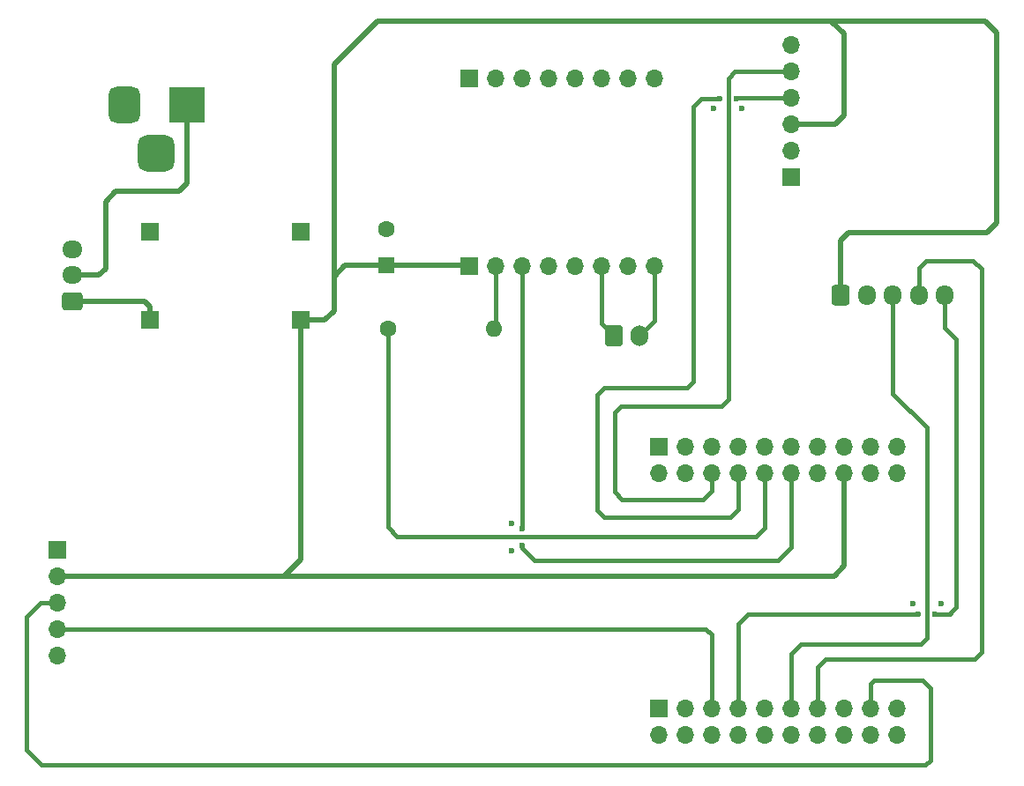
<source format=gbr>
%TF.GenerationSoftware,KiCad,Pcbnew,9.0.0*%
%TF.CreationDate,2025-05-21T10:21:18-06:00*%
%TF.ProjectId,Brush_EBoot_PCB_v1,42727573-685f-4454-926f-6f745f504342,rev?*%
%TF.SameCoordinates,Original*%
%TF.FileFunction,Copper,L1,Top*%
%TF.FilePolarity,Positive*%
%FSLAX46Y46*%
G04 Gerber Fmt 4.6, Leading zero omitted, Abs format (unit mm)*
G04 Created by KiCad (PCBNEW 9.0.0) date 2025-05-21 10:21:18*
%MOMM*%
%LPD*%
G01*
G04 APERTURE LIST*
G04 Aperture macros list*
%AMRoundRect*
0 Rectangle with rounded corners*
0 $1 Rounding radius*
0 $2 $3 $4 $5 $6 $7 $8 $9 X,Y pos of 4 corners*
0 Add a 4 corners polygon primitive as box body*
4,1,4,$2,$3,$4,$5,$6,$7,$8,$9,$2,$3,0*
0 Add four circle primitives for the rounded corners*
1,1,$1+$1,$2,$3*
1,1,$1+$1,$4,$5*
1,1,$1+$1,$6,$7*
1,1,$1+$1,$8,$9*
0 Add four rect primitives between the rounded corners*
20,1,$1+$1,$2,$3,$4,$5,0*
20,1,$1+$1,$4,$5,$6,$7,0*
20,1,$1+$1,$6,$7,$8,$9,0*
20,1,$1+$1,$8,$9,$2,$3,0*%
G04 Aperture macros list end*
%TA.AperFunction,ComponentPad*%
%ADD10RoundRect,0.250000X0.725000X-0.600000X0.725000X0.600000X-0.725000X0.600000X-0.725000X-0.600000X0*%
%TD*%
%TA.AperFunction,ComponentPad*%
%ADD11O,1.950000X1.700000*%
%TD*%
%TA.AperFunction,ComponentPad*%
%ADD12R,1.700000X1.700000*%
%TD*%
%TA.AperFunction,ComponentPad*%
%ADD13O,1.700000X1.700000*%
%TD*%
%TA.AperFunction,ComponentPad*%
%ADD14R,1.600000X1.600000*%
%TD*%
%TA.AperFunction,ComponentPad*%
%ADD15C,1.600000*%
%TD*%
%TA.AperFunction,ComponentPad*%
%ADD16O,1.600000X1.600000*%
%TD*%
%TA.AperFunction,ComponentPad*%
%ADD17R,3.500000X3.500000*%
%TD*%
%TA.AperFunction,ComponentPad*%
%ADD18RoundRect,0.750000X-0.750000X-1.000000X0.750000X-1.000000X0.750000X1.000000X-0.750000X1.000000X0*%
%TD*%
%TA.AperFunction,ComponentPad*%
%ADD19RoundRect,0.875000X-0.875000X-0.875000X0.875000X-0.875000X0.875000X0.875000X-0.875000X0.875000X0*%
%TD*%
%TA.AperFunction,ComponentPad*%
%ADD20RoundRect,0.250000X-0.600000X-0.725000X0.600000X-0.725000X0.600000X0.725000X-0.600000X0.725000X0*%
%TD*%
%TA.AperFunction,ComponentPad*%
%ADD21O,1.700000X1.950000*%
%TD*%
%TA.AperFunction,ComponentPad*%
%ADD22RoundRect,0.250000X-0.600000X-0.750000X0.600000X-0.750000X0.600000X0.750000X-0.600000X0.750000X0*%
%TD*%
%TA.AperFunction,ComponentPad*%
%ADD23O,1.700000X2.000000*%
%TD*%
%TA.AperFunction,ViaPad*%
%ADD24C,0.600000*%
%TD*%
%TA.AperFunction,Conductor*%
%ADD25C,0.508000*%
%TD*%
%TA.AperFunction,Conductor*%
%ADD26C,0.381000*%
%TD*%
G04 APERTURE END LIST*
D10*
%TO.P,J6,1,Pin_1*%
%TO.N,VCC*%
X102990000Y-73690000D03*
D11*
%TO.P,J6,2,Pin_2*%
%TO.N,Net-(J6-Pin_2)*%
X102990000Y-71190000D03*
%TO.P,J6,3,Pin_3*%
%TO.N,unconnected-(J6-Pin_3-Pad3)*%
X102990000Y-68690000D03*
%TD*%
D12*
%TO.P,J9,1,Pin_1*%
%TO.N,GND*%
X159300000Y-87720000D03*
D13*
%TO.P,J9,2,Pin_2*%
%TO.N,unconnected-(J9-Pin_2-Pad2)*%
X159300000Y-90260000D03*
%TO.P,J9,3,Pin_3*%
%TO.N,unconnected-(J9-Pin_3-Pad3)*%
X161840000Y-87720000D03*
%TO.P,J9,4,Pin_4*%
%TO.N,unconnected-(J9-Pin_4-Pad4)*%
X161840000Y-90260000D03*
%TO.P,J9,5,Pin_5*%
%TO.N,unconnected-(J9-Pin_5-Pad5)*%
X164380000Y-87720000D03*
%TO.P,J9,6,Pin_6*%
%TO.N,/RX_OPENLOG*%
X164380000Y-90260000D03*
%TO.P,J9,7,Pin_7*%
%TO.N,unconnected-(J9-Pin_7-Pad7)*%
X166920000Y-87720000D03*
%TO.P,J9,8,Pin_8*%
%TO.N,/TX_OPENLOG*%
X166920000Y-90260000D03*
%TO.P,J9,9,Pin_9*%
%TO.N,unconnected-(J9-Pin_9-Pad9)*%
X169460000Y-87720000D03*
%TO.P,J9,10,Pin_10*%
%TO.N,/RX_MIDI*%
X169460000Y-90260000D03*
%TO.P,J9,11,Pin_11*%
%TO.N,unconnected-(J9-Pin_11-Pad11)*%
X172000000Y-87720000D03*
%TO.P,J9,12,Pin_12*%
%TO.N,/TX_MIDI*%
X172000000Y-90260000D03*
%TO.P,J9,13,Pin_13*%
%TO.N,unconnected-(J9-Pin_13-Pad13)*%
X174540000Y-87720000D03*
%TO.P,J9,14,Pin_14*%
%TO.N,GND*%
X174540000Y-90260000D03*
%TO.P,J9,15,Pin_15*%
%TO.N,unconnected-(J9-Pin_15-Pad15)*%
X177080000Y-87720000D03*
%TO.P,J9,16,Pin_16*%
%TO.N,+5V*%
X177080000Y-90260000D03*
%TO.P,J9,17,Pin_17*%
%TO.N,unconnected-(J9-Pin_17-Pad17)*%
X179620000Y-87720000D03*
%TO.P,J9,18,Pin_18*%
%TO.N,unconnected-(J9-Pin_18-Pad18)*%
X179620000Y-90260000D03*
%TO.P,J9,19,Pin_19*%
%TO.N,unconnected-(J9-Pin_19-Pad19)*%
X182160000Y-87720000D03*
%TO.P,J9,20,Pin_20*%
%TO.N,unconnected-(J9-Pin_20-Pad20)*%
X182160000Y-90260000D03*
%TD*%
D12*
%TO.P,J1,1,Pin_1*%
%TO.N,GND*%
X101550000Y-97550000D03*
D13*
%TO.P,J1,2,Pin_2*%
%TO.N,+5V*%
X101550000Y-100090000D03*
%TO.P,J1,3,Pin_3*%
%TO.N,/SDA_RTC*%
X101550000Y-102630000D03*
%TO.P,J1,4,Pin_4*%
%TO.N,/SCL_RTC*%
X101550000Y-105170000D03*
%TO.P,J1,5,Pin_5*%
%TO.N,unconnected-(J1-Pin_5-Pad5)*%
X101550000Y-107710000D03*
%TD*%
D14*
%TO.P,C1,1*%
%TO.N,+5V*%
X133070000Y-70270000D03*
D15*
%TO.P,C1,2*%
%TO.N,GND*%
X133070000Y-66770000D03*
%TD*%
D12*
%TO.P,J3,1,Pin_1*%
%TO.N,+5V*%
X141035000Y-70305000D03*
D13*
%TO.P,J3,2,Pin_2*%
%TO.N,Net-(J3-Pin_2)*%
X143575000Y-70305000D03*
%TO.P,J3,3,Pin_3*%
%TO.N,/TX_MIDI*%
X146115000Y-70305000D03*
%TO.P,J3,4,Pin_4*%
%TO.N,unconnected-(J3-Pin_4-Pad4)*%
X148655000Y-70305000D03*
%TO.P,J3,5,Pin_5*%
%TO.N,unconnected-(J3-Pin_5-Pad5)*%
X151195000Y-70305000D03*
%TO.P,J3,6,Pin_6*%
%TO.N,/SPEAKER_L*%
X153735000Y-70305000D03*
%TO.P,J3,7,Pin_7*%
%TO.N,unconnected-(J3-Pin_7-Pad7)*%
X156275000Y-70305000D03*
%TO.P,J3,8,Pin_8*%
%TO.N,/SPEAKER_R*%
X158815000Y-70305000D03*
%TD*%
D12*
%TO.P,J11,1,Pin_1*%
%TO.N,VCC*%
X110380000Y-75520000D03*
%TD*%
D15*
%TO.P,R1,1*%
%TO.N,/RX_MIDI*%
X133230000Y-76330000D03*
D16*
%TO.P,R1,2*%
%TO.N,Net-(J3-Pin_2)*%
X143390000Y-76330000D03*
%TD*%
D12*
%TO.P,J14,1,Pin_1*%
%TO.N,+5V*%
X124880000Y-75520000D03*
%TD*%
D17*
%TO.P,J7,1*%
%TO.N,Net-(J6-Pin_2)*%
X113990000Y-54812500D03*
D18*
%TO.P,J7,2*%
%TO.N,GND*%
X107990000Y-54812500D03*
D19*
%TO.P,J7,3*%
X110990000Y-59512500D03*
%TD*%
D12*
%TO.P,J2,1,Pin_1*%
%TO.N,unconnected-(J2-Pin_1-Pad1)*%
X171970000Y-61800000D03*
D13*
%TO.P,J2,2,Pin_2*%
%TO.N,GND*%
X171970000Y-59260000D03*
%TO.P,J2,3,Pin_3*%
%TO.N,+5V*%
X171970000Y-56720000D03*
%TO.P,J2,4,Pin_4*%
%TO.N,/TX_OPENLOG*%
X171970000Y-54180000D03*
%TO.P,J2,5,Pin_5*%
%TO.N,/RX_OPENLOG*%
X171970000Y-51640000D03*
%TO.P,J2,6,Pin_6*%
%TO.N,unconnected-(J2-Pin_6-Pad6)*%
X171970000Y-49100000D03*
%TD*%
D12*
%TO.P,J8,1,Pin_1*%
%TO.N,unconnected-(J8-Pin_1-Pad1)*%
X159300000Y-112800000D03*
D13*
%TO.P,J8,2,Pin_2*%
%TO.N,GND*%
X159300000Y-115340000D03*
%TO.P,J8,3,Pin_3*%
%TO.N,unconnected-(J8-Pin_3-Pad3)*%
X161840000Y-112800000D03*
%TO.P,J8,4,Pin_4*%
%TO.N,unconnected-(J8-Pin_4-Pad4)*%
X161840000Y-115340000D03*
%TO.P,J8,5,Pin_5*%
%TO.N,/SCL_RTC*%
X164380000Y-112800000D03*
%TO.P,J8,6,Pin_6*%
%TO.N,unconnected-(J8-Pin_6-Pad6)*%
X164380000Y-115340000D03*
%TO.P,J8,7,Pin_7*%
%TO.N,/SPI_SCK*%
X166920000Y-112800000D03*
%TO.P,J8,8,Pin_8*%
%TO.N,unconnected-(J8-Pin_8-Pad8)*%
X166920000Y-115340000D03*
%TO.P,J8,9,Pin_9*%
%TO.N,unconnected-(J8-Pin_9-Pad9)*%
X169460000Y-112800000D03*
%TO.P,J8,10,Pin_10*%
%TO.N,unconnected-(J8-Pin_10-Pad10)*%
X169460000Y-115340000D03*
%TO.P,J8,11,Pin_11*%
%TO.N,/SPI_MOSI*%
X172000000Y-112800000D03*
%TO.P,J8,12,Pin_12*%
%TO.N,unconnected-(J8-Pin_12-Pad12)*%
X172000000Y-115340000D03*
%TO.P,J8,13,Pin_13*%
%TO.N,/SPI_CS*%
X174540000Y-112800000D03*
%TO.P,J8,14,Pin_14*%
%TO.N,unconnected-(J8-Pin_14-Pad14)*%
X174540000Y-115340000D03*
%TO.P,J8,15,Pin_15*%
%TO.N,unconnected-(J8-Pin_15-Pad15)*%
X177080000Y-112800000D03*
%TO.P,J8,16,Pin_16*%
%TO.N,unconnected-(J8-Pin_16-Pad16)*%
X177080000Y-115340000D03*
%TO.P,J8,17,Pin_17*%
%TO.N,/SDA_RTC*%
X179620000Y-112800000D03*
%TO.P,J8,18,Pin_18*%
%TO.N,unconnected-(J8-Pin_18-Pad18)*%
X179620000Y-115340000D03*
%TO.P,J8,19,Pin_19*%
%TO.N,unconnected-(J8-Pin_19-Pad19)*%
X182160000Y-112800000D03*
%TO.P,J8,20,Pin_20*%
%TO.N,unconnected-(J8-Pin_20-Pad20)*%
X182160000Y-115340000D03*
%TD*%
D12*
%TO.P,J12,1,Pin_1*%
%TO.N,GND*%
X110380000Y-67020000D03*
%TD*%
D20*
%TO.P,J10,1,Pin_1*%
%TO.N,+5V*%
X176730000Y-73130000D03*
D21*
%TO.P,J10,2,Pin_2*%
%TO.N,GND*%
X179230000Y-73130000D03*
%TO.P,J10,3,Pin_3*%
%TO.N,/SPI_MOSI*%
X181730000Y-73130000D03*
%TO.P,J10,4,Pin_4*%
%TO.N,/SPI_CS*%
X184230000Y-73130000D03*
%TO.P,J10,5,Pin_5*%
%TO.N,/SPI_SCK*%
X186730000Y-73130000D03*
%TD*%
D12*
%TO.P,J13,1,Pin_1*%
%TO.N,GND*%
X124880000Y-67020000D03*
%TD*%
D22*
%TO.P,J5,1,Pin_1*%
%TO.N,/SPEAKER_L*%
X154930000Y-77000000D03*
D23*
%TO.P,J5,2,Pin_2*%
%TO.N,/SPEAKER_R*%
X157430000Y-77000000D03*
%TD*%
D12*
%TO.P,J4,1,Pin_1*%
%TO.N,unconnected-(J4-Pin_1-Pad1)*%
X141035000Y-52305000D03*
D13*
%TO.P,J4,2,Pin_2*%
%TO.N,unconnected-(J4-Pin_2-Pad2)*%
X143575000Y-52305000D03*
%TO.P,J4,3,Pin_3*%
%TO.N,unconnected-(J4-Pin_3-Pad3)*%
X146115000Y-52305000D03*
%TO.P,J4,4,Pin_4*%
%TO.N,unconnected-(J4-Pin_4-Pad4)*%
X148655000Y-52305000D03*
%TO.P,J4,5,Pin_5*%
%TO.N,unconnected-(J4-Pin_5-Pad5)*%
X151195000Y-52305000D03*
%TO.P,J4,6,Pin_6*%
%TO.N,unconnected-(J4-Pin_6-Pad6)*%
X153735000Y-52305000D03*
%TO.P,J4,7,Pin_7*%
%TO.N,GND*%
X156275000Y-52305000D03*
%TO.P,J4,8,Pin_8*%
%TO.N,unconnected-(J4-Pin_8-Pad8)*%
X158815000Y-52305000D03*
%TD*%
D24*
%TO.N,GND*%
X186340000Y-102770000D03*
X145110000Y-95010000D03*
X167250000Y-55210000D03*
X145100000Y-97710000D03*
X164490000Y-55160000D03*
X183630000Y-102770000D03*
%TO.N,/TX_OPENLOG*%
X166720000Y-54210000D03*
X165140000Y-54240000D03*
%TO.N,/TX_MIDI*%
X146100000Y-97150000D03*
X146120000Y-95590000D03*
%TO.N,/SPI_SCK*%
X184140000Y-103760000D03*
X185750000Y-103730000D03*
%TD*%
D25*
%TO.N,+5V*%
X124880000Y-82880000D02*
X124880000Y-75520000D01*
X124860000Y-82900000D02*
X124880000Y-82880000D01*
X129120000Y-70270000D02*
X128070000Y-71320000D01*
X171970000Y-56720000D02*
X171980000Y-56710000D01*
X122040000Y-100090000D02*
X176100000Y-100090000D01*
X141000000Y-70270000D02*
X141035000Y-70305000D01*
X124880000Y-75520000D02*
X127180000Y-75520000D01*
X177500000Y-67090000D02*
X190790000Y-67090000D01*
X191700000Y-66180000D02*
X191700000Y-47860000D01*
X128070000Y-71320000D02*
X128070000Y-50910000D01*
X128070000Y-74630000D02*
X128070000Y-71320000D01*
X176730000Y-73130000D02*
X176730000Y-67860000D01*
X191700000Y-47860000D02*
X190600000Y-46760000D01*
X122040000Y-100090000D02*
X123300000Y-100090000D01*
X176730000Y-67860000D02*
X177500000Y-67090000D01*
X133070000Y-70270000D02*
X141000000Y-70270000D01*
X177030000Y-55860000D02*
X177030000Y-47990000D01*
X190600000Y-46760000D02*
X175800000Y-46760000D01*
X101550000Y-100090000D02*
X122040000Y-100090000D01*
X124860000Y-98530000D02*
X124860000Y-82900000D01*
X177080000Y-99110000D02*
X177080000Y-90260000D01*
X176100000Y-100090000D02*
X177080000Y-99110000D01*
X128070000Y-50910000D02*
X132220000Y-46760000D01*
X177030000Y-47990000D02*
X175800000Y-46760000D01*
X127180000Y-75520000D02*
X128070000Y-74630000D01*
X123300000Y-100090000D02*
X124860000Y-98530000D01*
X190790000Y-67090000D02*
X191700000Y-66180000D01*
X176180000Y-56710000D02*
X177030000Y-55860000D01*
X171980000Y-56710000D02*
X176180000Y-56710000D01*
X133070000Y-70270000D02*
X129120000Y-70270000D01*
X132220000Y-46760000D02*
X175800000Y-46760000D01*
D26*
%TO.N,/RX_OPENLOG*%
X155730000Y-92740000D02*
X163520000Y-92740000D01*
X171970000Y-51640000D02*
X166570000Y-51640000D01*
X155020000Y-92030000D02*
X155730000Y-92740000D01*
X164380000Y-91880000D02*
X164380000Y-90260000D01*
X163520000Y-92740000D02*
X164380000Y-91880000D01*
X166570000Y-51640000D02*
X165930000Y-52280000D01*
X165930000Y-52280000D02*
X165930000Y-83120000D01*
X155650000Y-83780000D02*
X155020000Y-84410000D01*
X165930000Y-83120000D02*
X165270000Y-83780000D01*
X165270000Y-83780000D02*
X155650000Y-83780000D01*
X155020000Y-84410000D02*
X155020000Y-92030000D01*
%TO.N,/TX_OPENLOG*%
X153980000Y-82010000D02*
X153300000Y-82690000D01*
X162560000Y-81390000D02*
X161940000Y-82010000D01*
X171970000Y-54180000D02*
X166750000Y-54180000D01*
X153300000Y-82690000D02*
X153300000Y-93740000D01*
X154050000Y-94490000D02*
X166160000Y-94490000D01*
X166160000Y-94490000D02*
X166920000Y-93730000D01*
X166920000Y-93730000D02*
X166920000Y-90260000D01*
X163300000Y-54240000D02*
X162560000Y-54980000D01*
X166750000Y-54180000D02*
X166720000Y-54210000D01*
X153300000Y-93740000D02*
X154050000Y-94490000D01*
X162560000Y-54980000D02*
X162560000Y-81390000D01*
X165140000Y-54240000D02*
X163300000Y-54240000D01*
X161940000Y-82010000D02*
X153980000Y-82010000D01*
%TO.N,/SCL_RTC*%
X163790000Y-105170000D02*
X164380000Y-105760000D01*
X101550000Y-105170000D02*
X163790000Y-105170000D01*
X164380000Y-105760000D02*
X164380000Y-112800000D01*
%TO.N,/SDA_RTC*%
X99950000Y-102630000D02*
X101550000Y-102630000D01*
X184610000Y-110160000D02*
X185360000Y-110910000D01*
X179620000Y-110460000D02*
X179920000Y-110160000D01*
X184860000Y-118290000D02*
X100040000Y-118290000D01*
X98550000Y-104030000D02*
X99950000Y-102630000D01*
X179620000Y-112800000D02*
X179620000Y-110460000D01*
X98550000Y-116800000D02*
X98550000Y-104030000D01*
X100040000Y-118290000D02*
X98550000Y-116800000D01*
X179920000Y-110160000D02*
X184610000Y-110160000D01*
X185360000Y-117790000D02*
X184860000Y-118290000D01*
X185360000Y-110910000D02*
X185360000Y-117790000D01*
%TO.N,/SPEAKER_R*%
X158815000Y-70305000D02*
X158815000Y-75615000D01*
X158815000Y-75615000D02*
X157430000Y-77000000D01*
%TO.N,/SPEAKER_L*%
X153735000Y-70305000D02*
X153735000Y-75805000D01*
X153735000Y-75805000D02*
X154930000Y-77000000D01*
%TO.N,Net-(J3-Pin_2)*%
X143575000Y-70305000D02*
X143575000Y-76145000D01*
X143575000Y-76145000D02*
X143390000Y-76330000D01*
%TO.N,/TX_MIDI*%
X146100000Y-97150000D02*
X146100000Y-97440000D01*
X146115000Y-95585000D02*
X146120000Y-95590000D01*
X146100000Y-97440000D02*
X147290000Y-98630000D01*
X170680000Y-98630000D02*
X172000000Y-97310000D01*
X146115000Y-70305000D02*
X146115000Y-95585000D01*
X147290000Y-98630000D02*
X170680000Y-98630000D01*
X172000000Y-97310000D02*
X172000000Y-90260000D01*
%TO.N,/RX_MIDI*%
X134160000Y-96360000D02*
X133230000Y-95430000D01*
X168560000Y-96360000D02*
X134160000Y-96360000D01*
X169460000Y-95460000D02*
X168560000Y-96360000D01*
X133230000Y-95430000D02*
X133230000Y-76330000D01*
X169460000Y-90260000D02*
X169460000Y-95460000D01*
D25*
%TO.N,Net-(J6-Pin_2)*%
X105520000Y-71190000D02*
X102990000Y-71190000D01*
X106150000Y-70560000D02*
X105520000Y-71190000D01*
X107120000Y-63170000D02*
X106150000Y-64140000D01*
X113990000Y-54812500D02*
X113990000Y-62350000D01*
X106150000Y-64140000D02*
X106150000Y-70560000D01*
X113170000Y-63170000D02*
X107120000Y-63170000D01*
X113990000Y-62350000D02*
X113170000Y-63170000D01*
D26*
%TO.N,/SPI_CS*%
X189430000Y-69780000D02*
X184960000Y-69780000D01*
X175280000Y-108120000D02*
X189580000Y-108120000D01*
X190250000Y-107450000D02*
X190250000Y-70600000D01*
X184230000Y-70510000D02*
X184230000Y-73130000D01*
X174540000Y-112800000D02*
X174540000Y-108860000D01*
X189580000Y-108120000D02*
X190250000Y-107450000D01*
X174540000Y-108860000D02*
X175280000Y-108120000D01*
X184960000Y-69780000D02*
X184230000Y-70510000D01*
X190250000Y-70600000D02*
X189430000Y-69780000D01*
%TO.N,/SPI_SCK*%
X187210000Y-103730000D02*
X185750000Y-103730000D01*
X166920000Y-104690000D02*
X166920000Y-112800000D01*
X184140000Y-103760000D02*
X167850000Y-103760000D01*
X187820000Y-77320000D02*
X187820000Y-103120000D01*
X187820000Y-103120000D02*
X187390000Y-103550000D01*
X167850000Y-103760000D02*
X166920000Y-104690000D01*
X186730000Y-76230000D02*
X187820000Y-77320000D01*
X187390000Y-103550000D02*
X187210000Y-103730000D01*
X186730000Y-73130000D02*
X186730000Y-76230000D01*
%TO.N,/SPI_MOSI*%
X184970000Y-106080000D02*
X184970000Y-85830000D01*
X184380000Y-106670000D02*
X184970000Y-106080000D01*
X172920000Y-106670000D02*
X184380000Y-106670000D01*
X172000000Y-112800000D02*
X172000000Y-107590000D01*
X181730000Y-82590000D02*
X181730000Y-73130000D01*
X172000000Y-107590000D02*
X172920000Y-106670000D01*
X184970000Y-85830000D02*
X181730000Y-82590000D01*
D25*
%TO.N,VCC*%
X102990000Y-73690000D02*
X109940000Y-73690000D01*
X110430000Y-75470000D02*
X110380000Y-75520000D01*
X109940000Y-73690000D02*
X110430000Y-74180000D01*
X110430000Y-74180000D02*
X110430000Y-75470000D01*
%TD*%
M02*

</source>
